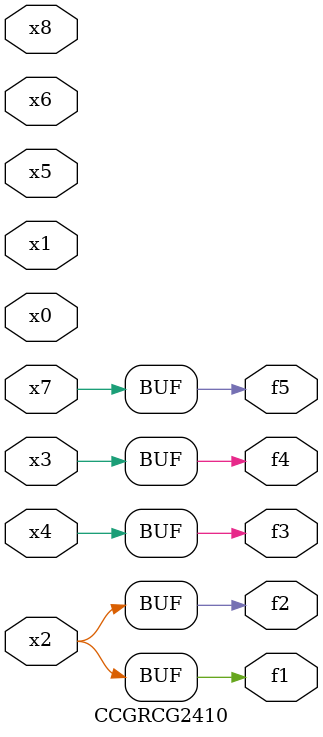
<source format=v>
module CCGRCG2410(
	input x0, x1, x2, x3, x4, x5, x6, x7, x8,
	output f1, f2, f3, f4, f5
);
	assign f1 = x2;
	assign f2 = x2;
	assign f3 = x4;
	assign f4 = x3;
	assign f5 = x7;
endmodule

</source>
